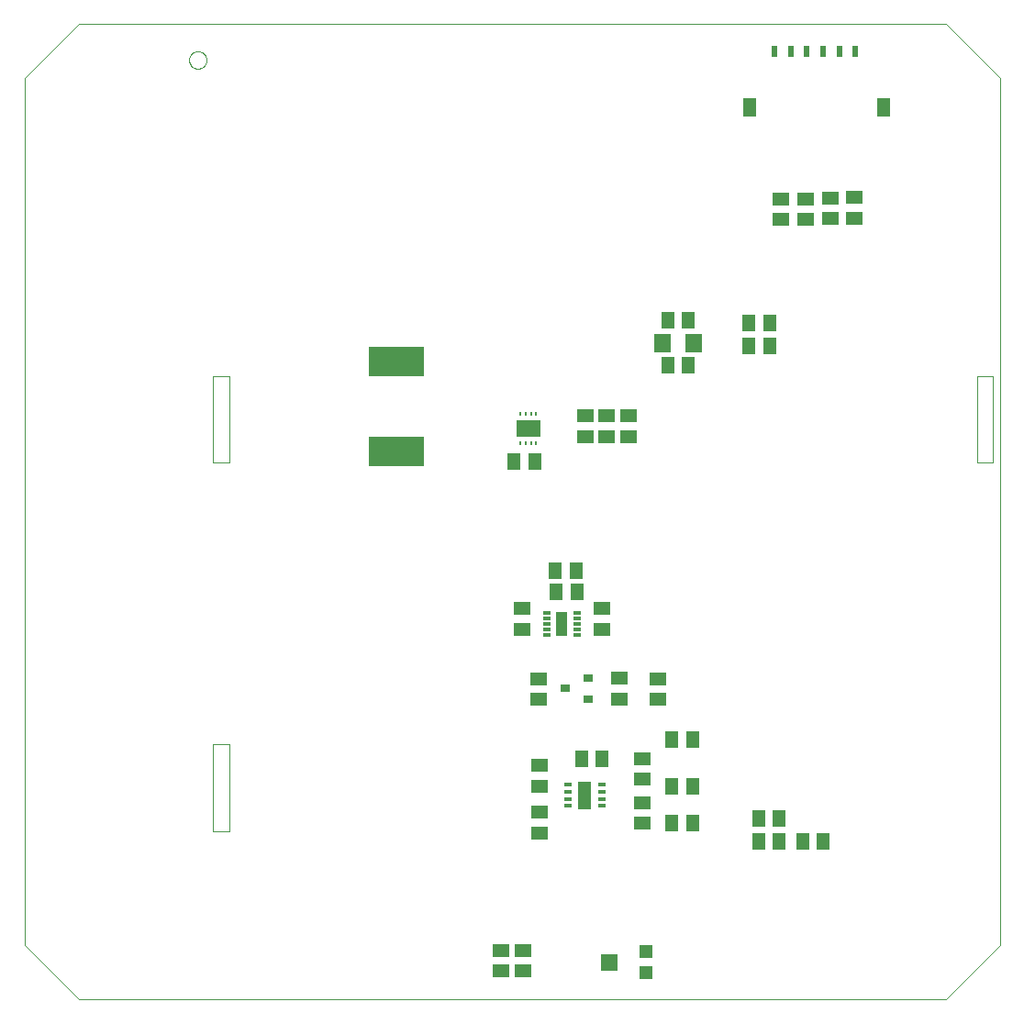
<source format=gtp>
G75*
%MOIN*%
%OFA0B0*%
%FSLAX25Y25*%
%IPPOS*%
%LPD*%
%AMOC8*
5,1,8,0,0,1.08239X$1,22.5*
%
%ADD10C,0.00000*%
%ADD11R,0.20472X0.10630*%
%ADD12R,0.00787X0.01575*%
%ADD13R,0.08760X0.05906*%
%ADD14R,0.05906X0.05118*%
%ADD15R,0.05118X0.05906*%
%ADD16R,0.02756X0.01200*%
%ADD17R,0.04200X0.08600*%
%ADD18R,0.02756X0.01575*%
%ADD19R,0.05000X0.10000*%
%ADD20R,0.03543X0.03150*%
%ADD21R,0.06299X0.05118*%
%ADD22R,0.06299X0.07098*%
%ADD23R,0.04724X0.04724*%
%ADD24R,0.06299X0.05906*%
%ADD25C,0.00394*%
%ADD26R,0.02362X0.03937*%
%ADD27R,0.04921X0.07087*%
D10*
X0039902Y0020348D02*
X0020217Y0040033D01*
X0020217Y0354994D01*
X0039902Y0374679D01*
X0354862Y0374679D01*
X0374547Y0354994D01*
X0374547Y0040033D01*
X0354862Y0020348D01*
X0039902Y0020348D01*
X0080059Y0361687D02*
X0080061Y0361799D01*
X0080067Y0361910D01*
X0080077Y0362022D01*
X0080091Y0362133D01*
X0080108Y0362243D01*
X0080130Y0362353D01*
X0080156Y0362462D01*
X0080185Y0362570D01*
X0080218Y0362676D01*
X0080255Y0362782D01*
X0080296Y0362886D01*
X0080341Y0362989D01*
X0080389Y0363090D01*
X0080440Y0363189D01*
X0080495Y0363286D01*
X0080554Y0363381D01*
X0080615Y0363475D01*
X0080680Y0363566D01*
X0080749Y0363654D01*
X0080820Y0363740D01*
X0080894Y0363824D01*
X0080972Y0363904D01*
X0081052Y0363982D01*
X0081135Y0364058D01*
X0081220Y0364130D01*
X0081308Y0364199D01*
X0081398Y0364265D01*
X0081491Y0364327D01*
X0081586Y0364387D01*
X0081683Y0364443D01*
X0081781Y0364495D01*
X0081882Y0364544D01*
X0081984Y0364589D01*
X0082088Y0364631D01*
X0082193Y0364669D01*
X0082300Y0364703D01*
X0082407Y0364733D01*
X0082516Y0364760D01*
X0082625Y0364782D01*
X0082736Y0364801D01*
X0082846Y0364816D01*
X0082958Y0364827D01*
X0083069Y0364834D01*
X0083181Y0364837D01*
X0083293Y0364836D01*
X0083405Y0364831D01*
X0083516Y0364822D01*
X0083627Y0364809D01*
X0083738Y0364792D01*
X0083848Y0364772D01*
X0083957Y0364747D01*
X0084065Y0364719D01*
X0084172Y0364686D01*
X0084278Y0364650D01*
X0084382Y0364610D01*
X0084485Y0364567D01*
X0084587Y0364520D01*
X0084686Y0364469D01*
X0084784Y0364415D01*
X0084880Y0364357D01*
X0084974Y0364296D01*
X0085065Y0364232D01*
X0085154Y0364165D01*
X0085241Y0364094D01*
X0085325Y0364020D01*
X0085407Y0363944D01*
X0085485Y0363864D01*
X0085561Y0363782D01*
X0085634Y0363697D01*
X0085704Y0363610D01*
X0085770Y0363520D01*
X0085834Y0363428D01*
X0085894Y0363334D01*
X0085951Y0363238D01*
X0086004Y0363139D01*
X0086054Y0363039D01*
X0086100Y0362938D01*
X0086143Y0362834D01*
X0086182Y0362729D01*
X0086217Y0362623D01*
X0086248Y0362516D01*
X0086276Y0362407D01*
X0086299Y0362298D01*
X0086319Y0362188D01*
X0086335Y0362077D01*
X0086347Y0361966D01*
X0086355Y0361855D01*
X0086359Y0361743D01*
X0086359Y0361631D01*
X0086355Y0361519D01*
X0086347Y0361408D01*
X0086335Y0361297D01*
X0086319Y0361186D01*
X0086299Y0361076D01*
X0086276Y0360967D01*
X0086248Y0360858D01*
X0086217Y0360751D01*
X0086182Y0360645D01*
X0086143Y0360540D01*
X0086100Y0360436D01*
X0086054Y0360335D01*
X0086004Y0360235D01*
X0085951Y0360136D01*
X0085894Y0360040D01*
X0085834Y0359946D01*
X0085770Y0359854D01*
X0085704Y0359764D01*
X0085634Y0359677D01*
X0085561Y0359592D01*
X0085485Y0359510D01*
X0085407Y0359430D01*
X0085325Y0359354D01*
X0085241Y0359280D01*
X0085154Y0359209D01*
X0085065Y0359142D01*
X0084974Y0359078D01*
X0084880Y0359017D01*
X0084784Y0358959D01*
X0084686Y0358905D01*
X0084587Y0358854D01*
X0084485Y0358807D01*
X0084382Y0358764D01*
X0084278Y0358724D01*
X0084172Y0358688D01*
X0084065Y0358655D01*
X0083957Y0358627D01*
X0083848Y0358602D01*
X0083738Y0358582D01*
X0083627Y0358565D01*
X0083516Y0358552D01*
X0083405Y0358543D01*
X0083293Y0358538D01*
X0083181Y0358537D01*
X0083069Y0358540D01*
X0082958Y0358547D01*
X0082846Y0358558D01*
X0082736Y0358573D01*
X0082625Y0358592D01*
X0082516Y0358614D01*
X0082407Y0358641D01*
X0082300Y0358671D01*
X0082193Y0358705D01*
X0082088Y0358743D01*
X0081984Y0358785D01*
X0081882Y0358830D01*
X0081781Y0358879D01*
X0081683Y0358931D01*
X0081586Y0358987D01*
X0081491Y0359047D01*
X0081398Y0359109D01*
X0081308Y0359175D01*
X0081220Y0359244D01*
X0081135Y0359316D01*
X0081052Y0359392D01*
X0080972Y0359470D01*
X0080894Y0359550D01*
X0080820Y0359634D01*
X0080749Y0359720D01*
X0080680Y0359808D01*
X0080615Y0359899D01*
X0080554Y0359993D01*
X0080495Y0360088D01*
X0080440Y0360185D01*
X0080389Y0360284D01*
X0080341Y0360385D01*
X0080296Y0360488D01*
X0080255Y0360592D01*
X0080218Y0360698D01*
X0080185Y0360804D01*
X0080156Y0360912D01*
X0080130Y0361021D01*
X0080108Y0361131D01*
X0080091Y0361241D01*
X0080077Y0361352D01*
X0080067Y0361464D01*
X0080061Y0361575D01*
X0080059Y0361687D01*
D11*
X0155365Y0252208D03*
X0155365Y0219530D03*
D12*
X0200276Y0222516D03*
X0202245Y0222516D03*
X0204213Y0222516D03*
X0206182Y0222516D03*
X0206182Y0233146D03*
X0204213Y0233146D03*
X0202245Y0233146D03*
X0200276Y0233146D03*
D13*
X0203278Y0227831D03*
D14*
X0223908Y0224980D03*
X0223908Y0232461D03*
X0231819Y0232441D03*
X0231819Y0224961D03*
X0239728Y0224987D03*
X0239728Y0232468D03*
X0229996Y0162371D03*
X0229996Y0154891D03*
X0206896Y0136924D03*
X0206896Y0129444D03*
X0207225Y0105349D03*
X0207225Y0097869D03*
X0207225Y0088436D03*
X0207225Y0080956D03*
X0244626Y0084482D03*
X0244626Y0091962D03*
X0244626Y0100466D03*
X0244626Y0107947D03*
X0200942Y0154941D03*
X0200942Y0162422D03*
X0201516Y0038262D03*
X0201516Y0030781D03*
X0193248Y0030781D03*
X0193248Y0038262D03*
X0295176Y0303771D03*
X0295176Y0311252D03*
X0304034Y0311291D03*
X0304034Y0303811D03*
X0313089Y0304008D03*
X0313089Y0311488D03*
X0321751Y0311685D03*
X0321751Y0304204D03*
D15*
X0290886Y0266018D03*
X0283406Y0266018D03*
X0283406Y0257750D03*
X0290886Y0257750D03*
X0261358Y0250663D03*
X0253878Y0250663D03*
X0253878Y0267199D03*
X0261358Y0267199D03*
X0205652Y0215706D03*
X0198172Y0215706D03*
X0213130Y0176254D03*
X0220610Y0176254D03*
X0220930Y0168350D03*
X0213449Y0168350D03*
X0255453Y0114836D03*
X0262933Y0114836D03*
X0262933Y0097907D03*
X0255453Y0097907D03*
X0255453Y0084521D03*
X0262933Y0084521D03*
X0286949Y0086096D03*
X0294429Y0086096D03*
X0294429Y0077829D03*
X0286949Y0077829D03*
X0302894Y0077829D03*
X0310374Y0077829D03*
X0230046Y0107987D03*
X0222565Y0107987D03*
D16*
X0220890Y0152898D03*
X0220890Y0154866D03*
X0220890Y0156835D03*
X0220890Y0158803D03*
X0220890Y0160772D03*
X0210064Y0160772D03*
X0210064Y0158803D03*
X0210064Y0156835D03*
X0210064Y0154866D03*
X0210064Y0152898D03*
D17*
X0215477Y0156835D03*
D18*
X0217723Y0098342D03*
X0217723Y0095783D03*
X0217723Y0093224D03*
X0217723Y0090664D03*
X0230124Y0090664D03*
X0230124Y0093224D03*
X0230124Y0095783D03*
X0230124Y0098342D03*
D19*
X0223825Y0094601D03*
D20*
X0225006Y0129641D03*
X0225006Y0137121D03*
X0216739Y0133381D03*
D21*
X0236424Y0129641D03*
X0236424Y0137121D03*
X0250400Y0136924D03*
X0250400Y0129444D03*
D22*
X0252020Y0258931D03*
X0263217Y0258931D03*
D23*
X0245906Y0037868D03*
X0245906Y0029994D03*
D24*
X0232815Y0033931D03*
D25*
X0094626Y0081569D02*
X0088721Y0081569D01*
X0088721Y0113065D01*
X0094626Y0113065D01*
X0094626Y0081569D01*
X0094626Y0215427D02*
X0088721Y0215427D01*
X0088721Y0246923D01*
X0094626Y0246923D01*
X0094626Y0215427D01*
X0366280Y0215427D02*
X0366280Y0246923D01*
X0372185Y0246923D01*
X0372185Y0215427D01*
X0366280Y0215427D01*
D26*
X0322185Y0364836D03*
X0316280Y0364836D03*
X0310374Y0364836D03*
X0304469Y0364836D03*
X0298563Y0364836D03*
X0292658Y0364836D03*
D27*
X0283583Y0344364D03*
X0332441Y0344364D03*
M02*

</source>
